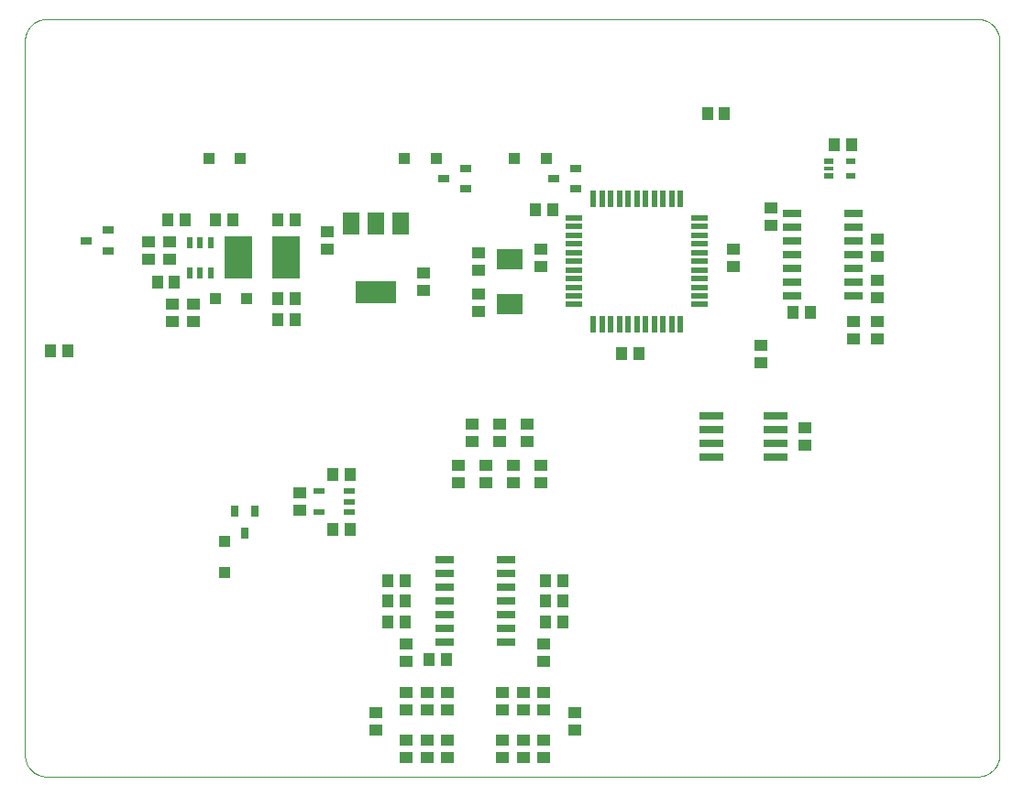
<source format=gtp>
G75*
%MOIN*%
%OFA0B0*%
%FSLAX25Y25*%
%IPPOS*%
%LPD*%
%AMOC8*
5,1,8,0,0,1.08239X$1,22.5*
%
%ADD10C,0.00400*%
%ADD11R,0.06890X0.02756*%
%ADD12R,0.05118X0.04331*%
%ADD13R,0.04331X0.05118*%
%ADD14R,0.09449X0.07480*%
%ADD15R,0.04331X0.02362*%
%ADD16R,0.05906X0.07874*%
%ADD17R,0.14961X0.07874*%
%ADD18R,0.03543X0.02362*%
%ADD19R,0.03543X0.01575*%
%ADD20R,0.09843X0.15748*%
%ADD21R,0.02362X0.04331*%
%ADD22R,0.04331X0.04331*%
%ADD23R,0.05906X0.01969*%
%ADD24R,0.01969X0.05906*%
%ADD25R,0.08858X0.02756*%
%ADD26R,0.03937X0.03150*%
%ADD27R,0.03150X0.03937*%
D10*
X0032280Y0087909D02*
X0370863Y0087909D01*
X0371053Y0087911D01*
X0371243Y0087918D01*
X0371433Y0087930D01*
X0371623Y0087946D01*
X0371812Y0087966D01*
X0372001Y0087992D01*
X0372189Y0088021D01*
X0372376Y0088056D01*
X0372562Y0088095D01*
X0372747Y0088138D01*
X0372932Y0088186D01*
X0373115Y0088238D01*
X0373296Y0088294D01*
X0373476Y0088355D01*
X0373655Y0088421D01*
X0373832Y0088490D01*
X0374008Y0088564D01*
X0374181Y0088642D01*
X0374353Y0088725D01*
X0374522Y0088811D01*
X0374690Y0088901D01*
X0374855Y0088996D01*
X0375018Y0089094D01*
X0375178Y0089197D01*
X0375336Y0089303D01*
X0375491Y0089413D01*
X0375644Y0089526D01*
X0375794Y0089644D01*
X0375940Y0089765D01*
X0376084Y0089889D01*
X0376225Y0090017D01*
X0376363Y0090148D01*
X0376498Y0090283D01*
X0376629Y0090421D01*
X0376757Y0090562D01*
X0376881Y0090706D01*
X0377002Y0090852D01*
X0377120Y0091002D01*
X0377233Y0091155D01*
X0377343Y0091310D01*
X0377449Y0091468D01*
X0377552Y0091628D01*
X0377650Y0091791D01*
X0377745Y0091956D01*
X0377835Y0092124D01*
X0377921Y0092293D01*
X0378004Y0092465D01*
X0378082Y0092638D01*
X0378156Y0092814D01*
X0378225Y0092991D01*
X0378291Y0093170D01*
X0378352Y0093350D01*
X0378408Y0093531D01*
X0378460Y0093714D01*
X0378508Y0093899D01*
X0378551Y0094084D01*
X0378590Y0094270D01*
X0378625Y0094457D01*
X0378654Y0094645D01*
X0378680Y0094834D01*
X0378700Y0095023D01*
X0378716Y0095213D01*
X0378728Y0095403D01*
X0378735Y0095593D01*
X0378737Y0095783D01*
X0378737Y0355626D01*
X0378735Y0355816D01*
X0378728Y0356006D01*
X0378716Y0356196D01*
X0378700Y0356386D01*
X0378680Y0356575D01*
X0378654Y0356764D01*
X0378625Y0356952D01*
X0378590Y0357139D01*
X0378551Y0357325D01*
X0378508Y0357510D01*
X0378460Y0357695D01*
X0378408Y0357878D01*
X0378352Y0358059D01*
X0378291Y0358239D01*
X0378225Y0358418D01*
X0378156Y0358595D01*
X0378082Y0358771D01*
X0378004Y0358944D01*
X0377921Y0359116D01*
X0377835Y0359285D01*
X0377745Y0359453D01*
X0377650Y0359618D01*
X0377552Y0359781D01*
X0377449Y0359941D01*
X0377343Y0360099D01*
X0377233Y0360254D01*
X0377120Y0360407D01*
X0377002Y0360557D01*
X0376881Y0360703D01*
X0376757Y0360847D01*
X0376629Y0360988D01*
X0376498Y0361126D01*
X0376363Y0361261D01*
X0376225Y0361392D01*
X0376084Y0361520D01*
X0375940Y0361644D01*
X0375794Y0361765D01*
X0375644Y0361883D01*
X0375491Y0361996D01*
X0375336Y0362106D01*
X0375178Y0362212D01*
X0375018Y0362315D01*
X0374855Y0362413D01*
X0374690Y0362508D01*
X0374522Y0362598D01*
X0374353Y0362684D01*
X0374181Y0362767D01*
X0374008Y0362845D01*
X0373832Y0362919D01*
X0373655Y0362988D01*
X0373476Y0363054D01*
X0373296Y0363115D01*
X0373115Y0363171D01*
X0372932Y0363223D01*
X0372747Y0363271D01*
X0372562Y0363314D01*
X0372376Y0363353D01*
X0372189Y0363388D01*
X0372001Y0363417D01*
X0371812Y0363443D01*
X0371623Y0363463D01*
X0371433Y0363479D01*
X0371243Y0363491D01*
X0371053Y0363498D01*
X0370863Y0363500D01*
X0032280Y0363500D01*
X0032090Y0363498D01*
X0031900Y0363491D01*
X0031710Y0363479D01*
X0031520Y0363463D01*
X0031331Y0363443D01*
X0031142Y0363417D01*
X0030954Y0363388D01*
X0030767Y0363353D01*
X0030581Y0363314D01*
X0030396Y0363271D01*
X0030211Y0363223D01*
X0030028Y0363171D01*
X0029847Y0363115D01*
X0029667Y0363054D01*
X0029488Y0362988D01*
X0029311Y0362919D01*
X0029135Y0362845D01*
X0028962Y0362767D01*
X0028790Y0362684D01*
X0028621Y0362598D01*
X0028453Y0362508D01*
X0028288Y0362413D01*
X0028125Y0362315D01*
X0027965Y0362212D01*
X0027807Y0362106D01*
X0027652Y0361996D01*
X0027499Y0361883D01*
X0027349Y0361765D01*
X0027203Y0361644D01*
X0027059Y0361520D01*
X0026918Y0361392D01*
X0026780Y0361261D01*
X0026645Y0361126D01*
X0026514Y0360988D01*
X0026386Y0360847D01*
X0026262Y0360703D01*
X0026141Y0360557D01*
X0026023Y0360407D01*
X0025910Y0360254D01*
X0025800Y0360099D01*
X0025694Y0359941D01*
X0025591Y0359781D01*
X0025493Y0359618D01*
X0025398Y0359453D01*
X0025308Y0359285D01*
X0025222Y0359116D01*
X0025139Y0358944D01*
X0025061Y0358771D01*
X0024987Y0358595D01*
X0024918Y0358418D01*
X0024852Y0358239D01*
X0024791Y0358059D01*
X0024735Y0357878D01*
X0024683Y0357695D01*
X0024635Y0357510D01*
X0024592Y0357325D01*
X0024553Y0357139D01*
X0024518Y0356952D01*
X0024489Y0356764D01*
X0024463Y0356575D01*
X0024443Y0356386D01*
X0024427Y0356196D01*
X0024415Y0356006D01*
X0024408Y0355816D01*
X0024406Y0355626D01*
X0024406Y0095783D01*
X0024408Y0095593D01*
X0024415Y0095403D01*
X0024427Y0095213D01*
X0024443Y0095023D01*
X0024463Y0094834D01*
X0024489Y0094645D01*
X0024518Y0094457D01*
X0024553Y0094270D01*
X0024592Y0094084D01*
X0024635Y0093899D01*
X0024683Y0093714D01*
X0024735Y0093531D01*
X0024791Y0093350D01*
X0024852Y0093170D01*
X0024918Y0092991D01*
X0024987Y0092814D01*
X0025061Y0092638D01*
X0025139Y0092465D01*
X0025222Y0092293D01*
X0025308Y0092124D01*
X0025398Y0091956D01*
X0025493Y0091791D01*
X0025591Y0091628D01*
X0025694Y0091468D01*
X0025800Y0091310D01*
X0025910Y0091155D01*
X0026023Y0091002D01*
X0026141Y0090852D01*
X0026262Y0090706D01*
X0026386Y0090562D01*
X0026514Y0090421D01*
X0026645Y0090283D01*
X0026780Y0090148D01*
X0026918Y0090017D01*
X0027059Y0089889D01*
X0027203Y0089765D01*
X0027349Y0089644D01*
X0027499Y0089526D01*
X0027652Y0089413D01*
X0027807Y0089303D01*
X0027965Y0089197D01*
X0028125Y0089094D01*
X0028288Y0088996D01*
X0028453Y0088901D01*
X0028621Y0088811D01*
X0028790Y0088725D01*
X0028962Y0088642D01*
X0029135Y0088564D01*
X0029311Y0088490D01*
X0029488Y0088421D01*
X0029667Y0088355D01*
X0029847Y0088294D01*
X0030028Y0088238D01*
X0030211Y0088186D01*
X0030396Y0088138D01*
X0030581Y0088095D01*
X0030767Y0088056D01*
X0030954Y0088021D01*
X0031142Y0087992D01*
X0031331Y0087966D01*
X0031520Y0087946D01*
X0031710Y0087930D01*
X0031900Y0087918D01*
X0032090Y0087911D01*
X0032280Y0087909D01*
D11*
X0177034Y0136659D03*
X0177034Y0141659D03*
X0177034Y0146659D03*
X0177034Y0151659D03*
X0177034Y0156659D03*
X0177034Y0161659D03*
X0177034Y0166659D03*
X0199278Y0166659D03*
X0199278Y0161659D03*
X0199278Y0156659D03*
X0199278Y0151659D03*
X0199278Y0146659D03*
X0199278Y0141659D03*
X0199278Y0136659D03*
X0303284Y0262909D03*
X0303284Y0267909D03*
X0303284Y0272909D03*
X0303284Y0277909D03*
X0303284Y0282909D03*
X0303284Y0287909D03*
X0303284Y0292909D03*
X0325528Y0292909D03*
X0325528Y0287909D03*
X0325528Y0282909D03*
X0325528Y0277909D03*
X0325528Y0272909D03*
X0325528Y0267909D03*
X0325528Y0262909D03*
D12*
X0334406Y0262260D03*
X0334406Y0268559D03*
X0334406Y0277260D03*
X0334406Y0283559D03*
X0334406Y0253559D03*
X0334406Y0247260D03*
X0325656Y0247260D03*
X0325656Y0253559D03*
X0291906Y0244809D03*
X0291906Y0238510D03*
X0308156Y0214809D03*
X0308156Y0208510D03*
X0281906Y0273510D03*
X0281906Y0279809D03*
X0295656Y0288510D03*
X0295656Y0294809D03*
X0211906Y0279809D03*
X0211906Y0273510D03*
X0189406Y0272260D03*
X0189406Y0278559D03*
X0189406Y0263559D03*
X0189406Y0257260D03*
X0169406Y0264760D03*
X0169406Y0271059D03*
X0134406Y0279760D03*
X0134406Y0286059D03*
X0085656Y0259809D03*
X0085656Y0253510D03*
X0078156Y0253510D03*
X0078156Y0259809D03*
X0076906Y0276010D03*
X0076906Y0282309D03*
X0069406Y0282309D03*
X0069406Y0276010D03*
X0124406Y0191059D03*
X0124406Y0184760D03*
X0181906Y0194760D03*
X0181906Y0201059D03*
X0186906Y0209760D03*
X0186906Y0216059D03*
X0196906Y0216059D03*
X0196906Y0209760D03*
X0206906Y0209760D03*
X0206906Y0216059D03*
X0201906Y0201059D03*
X0201906Y0194760D03*
X0191906Y0194760D03*
X0191906Y0201059D03*
X0211906Y0201059D03*
X0211906Y0194760D03*
X0213156Y0136059D03*
X0213156Y0129760D03*
X0213156Y0118559D03*
X0213156Y0112260D03*
X0205656Y0112260D03*
X0205656Y0118559D03*
X0198156Y0118559D03*
X0198156Y0112260D03*
X0198156Y0101059D03*
X0198156Y0094760D03*
X0205656Y0094760D03*
X0205656Y0101059D03*
X0213156Y0101059D03*
X0213156Y0094760D03*
X0224406Y0104760D03*
X0224406Y0111059D03*
X0178156Y0112260D03*
X0178156Y0118559D03*
X0170656Y0118559D03*
X0170656Y0112260D03*
X0163156Y0112260D03*
X0163156Y0118559D03*
X0163156Y0129760D03*
X0163156Y0136059D03*
X0151906Y0111059D03*
X0151906Y0104760D03*
X0163156Y0101059D03*
X0163156Y0094760D03*
X0170656Y0094760D03*
X0170656Y0101059D03*
X0178156Y0101059D03*
X0178156Y0094760D03*
D13*
X0177556Y0130409D03*
X0171257Y0130409D03*
X0162556Y0144159D03*
X0156257Y0144159D03*
X0156257Y0151659D03*
X0162556Y0151659D03*
X0162556Y0159159D03*
X0156257Y0159159D03*
X0142556Y0177909D03*
X0136257Y0177909D03*
X0136257Y0197909D03*
X0142556Y0197909D03*
X0122556Y0254159D03*
X0116257Y0254159D03*
X0116257Y0261659D03*
X0122556Y0261659D03*
X0122556Y0290409D03*
X0116257Y0290409D03*
X0100056Y0290409D03*
X0093757Y0290409D03*
X0082556Y0290409D03*
X0076257Y0290409D03*
X0078806Y0267909D03*
X0072507Y0267909D03*
X0040056Y0242909D03*
X0033757Y0242909D03*
X0210007Y0294159D03*
X0216306Y0294159D03*
X0272507Y0329159D03*
X0278806Y0329159D03*
X0318757Y0317909D03*
X0325056Y0317909D03*
X0310056Y0256659D03*
X0303757Y0256659D03*
X0247556Y0241659D03*
X0241257Y0241659D03*
X0220056Y0159159D03*
X0213757Y0159159D03*
X0213757Y0151659D03*
X0220056Y0151659D03*
X0220056Y0144159D03*
X0213757Y0144159D03*
D14*
X0200656Y0259839D03*
X0200656Y0275980D03*
D15*
X0142418Y0191650D03*
X0142418Y0187909D03*
X0142418Y0184169D03*
X0131394Y0184169D03*
X0131394Y0191650D03*
D16*
X0142851Y0289061D03*
X0151906Y0289061D03*
X0160961Y0289061D03*
D17*
X0151906Y0264258D03*
D18*
X0316719Y0306404D03*
X0316719Y0311915D03*
X0324593Y0311915D03*
X0324593Y0306404D03*
D19*
X0316719Y0309159D03*
D20*
X0119318Y0276659D03*
X0101995Y0276659D03*
D21*
X0091896Y0271148D03*
X0088156Y0271148D03*
X0084416Y0271148D03*
X0084416Y0282171D03*
X0088156Y0282171D03*
X0091896Y0282171D03*
D22*
X0093698Y0261659D03*
X0105115Y0261659D03*
X0102615Y0312909D03*
X0091198Y0312909D03*
X0162448Y0312909D03*
X0173865Y0312909D03*
X0202448Y0312909D03*
X0213865Y0312909D03*
X0096906Y0173618D03*
X0096906Y0162201D03*
D23*
X0224072Y0259661D03*
X0224072Y0262811D03*
X0224072Y0265961D03*
X0224072Y0269110D03*
X0224072Y0272260D03*
X0224072Y0275409D03*
X0224072Y0278559D03*
X0224072Y0281709D03*
X0224072Y0284858D03*
X0224072Y0288008D03*
X0224072Y0291157D03*
X0269741Y0291157D03*
X0269741Y0288008D03*
X0269741Y0284858D03*
X0269741Y0281709D03*
X0269741Y0278559D03*
X0269741Y0275409D03*
X0269741Y0272260D03*
X0269741Y0269110D03*
X0269741Y0265961D03*
X0269741Y0262811D03*
X0269741Y0259661D03*
D24*
X0262654Y0252575D03*
X0259505Y0252575D03*
X0256355Y0252575D03*
X0253205Y0252575D03*
X0250056Y0252575D03*
X0246906Y0252575D03*
X0243757Y0252575D03*
X0240607Y0252575D03*
X0237457Y0252575D03*
X0234308Y0252575D03*
X0231158Y0252575D03*
X0231158Y0298244D03*
X0234308Y0298244D03*
X0237457Y0298244D03*
X0240607Y0298244D03*
X0243757Y0298244D03*
X0246906Y0298244D03*
X0250056Y0298244D03*
X0253205Y0298244D03*
X0256355Y0298244D03*
X0259505Y0298244D03*
X0262654Y0298244D03*
D25*
X0273845Y0219159D03*
X0273845Y0214159D03*
X0273845Y0209159D03*
X0273845Y0204159D03*
X0297467Y0204159D03*
X0297467Y0209159D03*
X0297467Y0214159D03*
X0297467Y0219159D03*
D26*
X0224593Y0301669D03*
X0224593Y0309150D03*
X0216719Y0305409D03*
X0184593Y0301669D03*
X0184593Y0309150D03*
X0176719Y0305409D03*
X0054593Y0286650D03*
X0054593Y0279169D03*
X0046719Y0282909D03*
D27*
X0100666Y0184346D03*
X0108146Y0184346D03*
X0104406Y0176472D03*
M02*

</source>
